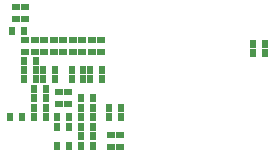
<source format=gbr>
%TF.GenerationSoftware,Altium Limited,Altium Designer,23.1.1 (15)*%
G04 Layer_Color=128*
%FSLAX45Y45*%
%MOMM*%
%TF.SameCoordinates,3FBC52AE-4862-4018-B763-16E4B67C7164*%
%TF.FilePolarity,Positive*%
%TF.FileFunction,Paste,Bot*%
%TF.Part,Single*%
G01*
G75*
%TA.AperFunction,SMDPad,CuDef*%
%ADD34R,0.64008X0.60000*%
%ADD37R,0.60000X0.64008*%
D34*
X7100034Y5530030D02*
D03*
Y5430030D02*
D03*
X7340064Y4729930D02*
D03*
Y4629930D02*
D03*
X6900009Y5089975D02*
D03*
Y4989975D02*
D03*
X6819999Y5089975D02*
D03*
Y4989975D02*
D03*
X6699984Y5430030D02*
D03*
Y5530029D02*
D03*
X6779994Y5430030D02*
D03*
Y5530029D02*
D03*
X6860004Y5430030D02*
D03*
Y5530029D02*
D03*
X7020024Y5430030D02*
D03*
Y5530029D02*
D03*
X6940014Y5430030D02*
D03*
Y5530029D02*
D03*
X7260054Y4729930D02*
D03*
Y4629930D02*
D03*
X6539964Y5530030D02*
D03*
Y5430030D02*
D03*
Y5710065D02*
D03*
Y5810064D02*
D03*
X6619974Y5530030D02*
D03*
Y5430030D02*
D03*
X6459954Y5710065D02*
D03*
Y5810064D02*
D03*
X7180044Y5530030D02*
D03*
Y5430030D02*
D03*
D37*
X6910004Y4639925D02*
D03*
X6810004D02*
D03*
X6609979Y4879955D02*
D03*
X6709979D02*
D03*
X6529956Y5612046D02*
D03*
X6429957D02*
D03*
X6910004Y4879955D02*
D03*
X6810004D02*
D03*
X7110029Y5039975D02*
D03*
X7010029D02*
D03*
X7250059Y4959965D02*
D03*
X7350059D02*
D03*
X7250059Y4879955D02*
D03*
X7350059D02*
D03*
X6609979Y4959965D02*
D03*
X6709979D02*
D03*
X7110029Y4879955D02*
D03*
X7010029D02*
D03*
X7110029Y4959965D02*
D03*
X7010029D02*
D03*
X6930019Y5199995D02*
D03*
X7030019D02*
D03*
X6789989Y5280005D02*
D03*
X6689989D02*
D03*
X6930019D02*
D03*
X7030019D02*
D03*
X6789989Y5199995D02*
D03*
X6689989D02*
D03*
X7190039D02*
D03*
X7090039D02*
D03*
X7110029Y4719935D02*
D03*
X7010029D02*
D03*
X6910004Y4799945D02*
D03*
X6810004D02*
D03*
X7010029D02*
D03*
X7110029D02*
D03*
X7110029Y4639925D02*
D03*
X7010029D02*
D03*
X6609979Y5039975D02*
D03*
X6709979D02*
D03*
X6609979Y5119985D02*
D03*
X6709979D02*
D03*
X6529969Y5356014D02*
D03*
X6629969D02*
D03*
X6529969Y5280005D02*
D03*
X6629969D02*
D03*
X6529969Y5199995D02*
D03*
X6629969D02*
D03*
X6409954Y4879955D02*
D03*
X6509954D02*
D03*
X8470211Y5420022D02*
D03*
X8570211D02*
D03*
X8570212Y5500032D02*
D03*
X8470212D02*
D03*
X7190039Y5280005D02*
D03*
X7090039D02*
D03*
%TF.MD5,5c2719d73acedc5e0c76a6a7f119542a*%
M02*

</source>
